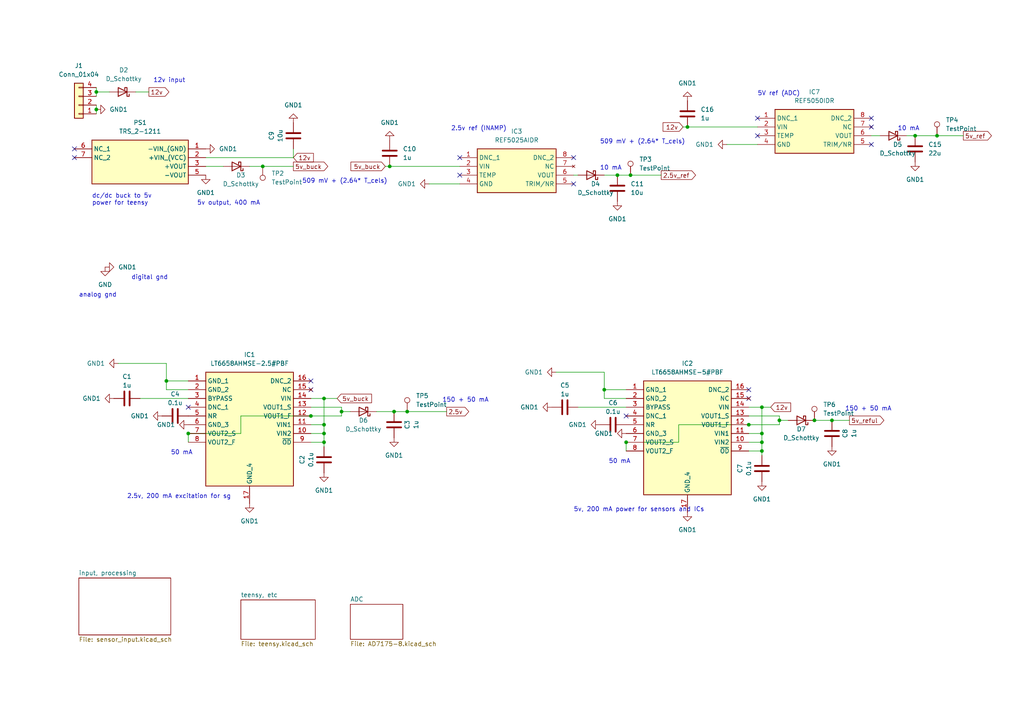
<source format=kicad_sch>
(kicad_sch (version 20231120) (generator "eeschema") (generator_version "8.0")
  (paper "A4")
  (lib_symbols
    (symbol "21xt_symbols:LT6658AHMSE-2.5#PBF"
      (property "Reference" "IC" (at 31.75 7.62 0))
      (property "Value" "LT6658AHMSE-2.5#PBF" (at 31.75 5.08 0))
      (symbol "LT6658AHMSE-2.5#PBF_1_1"
        (rectangle (start 5.08 2.54) (end 30.48 -30.48) (stroke (width 0.254)) (fill (type background)))
        (pin passive line (at 0 0 0) (length 5.08) (name "GND_1") (number "1"))
        (pin passive line (at 35.56 -15.24 180) (length 5.08) (name "VIN2") (number "10"))
        (pin passive line (at 35.56 -12.7 180) (length 5.08) (name "VIN1") (number "11"))
        (pin passive line (at 35.56 -10.16 180) (length 5.08) (name "VOUT1_F") (number "12"))
        (pin passive line (at 35.56 -7.62 180) (length 5.08) (name "VOUT1_S") (number "13"))
        (pin passive line (at 35.56 -5.08 180) (length 5.08) (name "VIN") (number "14"))
        (pin no_connect line (at 35.56 -2.54 180) (length 5.08) (name "NC") (number "15"))
        (pin passive line (at 35.56 0 180) (length 5.08) (name "DNC_2") (number "16"))
        (pin passive line (at 17.78 -35.56 90) (length 5.08) (name "GND_4") (number "17"))
        (pin passive line (at 0 -2.54 0) (length 5.08) (name "GND_2") (number "2"))
        (pin passive line (at 0 -5.08 0) (length 5.08) (name "BYPASS") (number "3"))
        (pin passive line (at 0 -7.62 0) (length 5.08) (name "DNC_1") (number "4"))
        (pin passive line (at 0 -10.16 0) (length 5.08) (name "NR") (number "5"))
        (pin passive line (at 0 -12.7 0) (length 5.08) (name "GND_3") (number "6"))
        (pin passive line (at 0 -15.24 0) (length 5.08) (name "VOUT2_S") (number "7"))
        (pin passive line (at 0 -17.78 0) (length 5.08) (name "VOUT2_F") (number "8"))
        (pin passive line (at 35.56 -17.78 180) (length 5.08) (name "~{OD}") (number "9"))
      )
    )
    (symbol "21xt_symbols:LT6658AHMSE-5#PBF"
      (property "Reference" "IC" (at 31.75 7.62 0))
      (property "Value" "LT6658AHMSE-5#PBF" (at 31.75 5.08 0))
      (symbol "LT6658AHMSE-5#PBF_1_1"
        (rectangle (start 5.08 2.54) (end 30.48 -30.48) (stroke (width 0.254)) (fill (type background)))
        (pin passive line (at 0 0 0) (length 5.08) (name "GND_1") (number "1"))
        (pin passive line (at 35.56 -15.24 180) (length 5.08) (name "VIN2") (number "10"))
        (pin passive line (at 35.56 -12.7 180) (length 5.08) (name "VIN1") (number "11"))
        (pin passive line (at 35.56 -10.16 180) (length 5.08) (name "VOUT1_F") (number "12"))
        (pin passive line (at 35.56 -7.62 180) (length 5.08) (name "VOUT1_S") (number "13"))
        (pin passive line (at 35.56 -5.08 180) (length 5.08) (name "VIN") (number "14"))
        (pin no_connect line (at 35.56 -2.54 180) (length 5.08) (name "NC") (number "15"))
        (pin passive line (at 35.56 0 180) (length 5.08) (name "DNC_2") (number "16"))
        (pin passive line (at 17.78 -35.56 90) (length 5.08) (name "GND_4") (number "17"))
        (pin passive line (at 0 -2.54 0) (length 5.08) (name "GND_2") (number "2"))
        (pin passive line (at 0 -5.08 0) (length 5.08) (name "BYPASS") (number "3"))
        (pin passive line (at 0 -7.62 0) (length 5.08) (name "DNC_1") (number "4"))
        (pin passive line (at 0 -10.16 0) (length 5.08) (name "NR") (number "5"))
        (pin passive line (at 0 -12.7 0) (length 5.08) (name "GND_3") (number "6"))
        (pin passive line (at 0 -15.24 0) (length 5.08) (name "VOUT2_S") (number "7"))
        (pin passive line (at 0 -17.78 0) (length 5.08) (name "VOUT2_F") (number "8"))
        (pin passive line (at 35.56 -17.78 180) (length 5.08) (name "~{OD}") (number "9"))
      )
    )
    (symbol "21xt_symbols:REF5050IDR"
      (property "Reference" "IC" (at 29.21 7.62 0))
      (property "Value" "REF5050IDR" (at 29.21 5.08 0))
      (symbol "REF5050IDR_1_1"
        (rectangle (start 5.08 2.54) (end 27.94 -10.16) (stroke (width 0.254)) (fill (type background)))
        (pin passive line (at 0 0 0) (length 5.08) (name "DNC_1") (number "1"))
        (pin passive line (at 0 -2.54 0) (length 5.08) (name "VIN") (number "2"))
        (pin passive line (at 0 -5.08 0) (length 5.08) (name "TEMP") (number "3"))
        (pin passive line (at 0 -7.62 0) (length 5.08) (name "GND") (number "4"))
        (pin passive line (at 33.02 -7.62 180) (length 5.08) (name "TRIM/NR") (number "5"))
        (pin passive line (at 33.02 -5.08 180) (length 5.08) (name "VOUT") (number "6"))
        (pin no_connect line (at 33.02 -2.54 180) (length 5.08) (name "NC") (number "7"))
        (pin passive line (at 33.02 0 180) (length 5.08) (name "DNC_2") (number "8"))
      )
    )
    (symbol "21xt_symbols:TRS_2-1211"
      (property "Reference" "PS" (at 34.29 7.62 0))
      (property "Value" "TRS_2-1211" (at 34.29 5.08 0))
      (symbol "TRS_2-1211_1_1"
        (rectangle (start 5.08 2.54) (end 33.02 -10.16) (stroke (width 0.254)) (fill (type background)))
        (pin passive line (at 38.1 0 180) (length 5.08) (name "-VIN_(GND)") (number "1"))
        (pin passive line (at 38.1 -2.54 180) (length 5.08) (name "+VIN_(VCC)") (number "2"))
        (pin passive line (at 38.1 -5.08 180) (length 5.08) (name "+VOUT") (number "3"))
        (pin passive line (at 38.1 -7.62 180) (length 5.08) (name "-VOUT") (number "5"))
        (pin passive line (at 0 0 0) (length 5.08) (name "NC_1") (number "6"))
        (pin passive line (at 0 -2.54 0) (length 5.08) (name "NC_2") (number "7"))
      )
    )
    (symbol "Connector:TestPoint" (pin_numbers hide) (pin_names (offset 0.762) hide)
      (property "Reference" "TP" (at 0 6.858 0))
      (property "Value" "TestPoint" (at 0 5.08 0))
      (symbol "TestPoint_0_1"
        (circle (center 0 3.302) (radius 0.762))
      )
      (symbol "TestPoint_1_1"
        (pin passive line (at 0 0 90) (length 2.54) (name "1") (number "1"))
      )
    )
    (symbol "Connector_Generic:Conn_01x04" (pin_names (offset 1.016) hide)
      (property "Reference" "J" (at 0 5.08 0))
      (property "Value" "Conn_01x04" (at 0 -7.62 0))
      (symbol "Conn_01x04_1_1"
        (rectangle (start -1.27 -4.953) (end 0 -5.207) (stroke (width 0.1524)))
        (rectangle (start -1.27 -2.413) (end 0 -2.667) (stroke (width 0.1524)))
        (rectangle (start -1.27 0.127) (end 0 -0.127) (stroke (width 0.1524)))
        (rectangle (start -1.27 2.667) (end 0 2.413) (stroke (width 0.1524)))
        (rectangle (start -1.27 3.81) (end 1.27 -6.35) (stroke (width 0.254)) (fill (type background)))
        (pin passive line (at -5.08 2.54 0) (length 3.81) (name "Pin_1") (number "1"))
        (pin passive line (at -5.08 0 0) (length 3.81) (name "Pin_2") (number "2"))
        (pin passive line (at -5.08 -2.54 0) (length 3.81) (name "Pin_3") (number "3"))
        (pin passive line (at -5.08 -5.08 0) (length 3.81) (name "Pin_4") (number "4"))
      )
    )
    (symbol "Device:C" (pin_numbers hide) (pin_names (offset 0.254))
      (property "Reference" "C" (at 0.635 2.54 0))
      (property "Value" "C" (at 0.635 -2.54 0))
      (symbol "C_0_1"
        (polyline (pts (xy -2.032 -0.762) (xy 2.032 -0.762)) (stroke (width 0.508)))
        (polyline (pts (xy -2.032 0.762) (xy 2.032 0.762)) (stroke (width 0.508)))
      )
      (symbol "C_1_1"
        (pin passive line (at 0 3.81 270) (length 2.794) (name "~") (number "1"))
        (pin passive line (at 0 -3.81 90) (length 2.794) (name "~") (number "2"))
      )
    )
    (symbol "Device:D_Schottky" (pin_numbers hide) (pin_names (offset 1.016) hide)
      (property "Reference" "D" (at 0 2.54 0))
      (property "Value" "D_Schottky" (at 0 -2.54 0))
      (symbol "D_Schottky_0_1"
        (polyline (pts (xy 1.27 0) (xy -1.27 0)))
        (polyline (pts (xy 1.27 1.27) (xy 1.27 -1.27) (xy -1.27 0) (xy 1.27 1.27)) (stroke (width 0.254)))
        (polyline (pts (xy -1.905 0.635) (xy -1.905 1.27) (xy -1.27 1.27) (xy -1.27 -1.27) (xy -0.635 -1.27) (xy -0.635 -0.635)) (stroke (width 0.254)))
      )
      (symbol "D_Schottky_1_1"
        (pin passive line (at -3.81 0 0) (length 2.54) (name "K") (number "1"))
        (pin passive line (at 3.81 0 180) (length 2.54) (name "A") (number "2"))
      )
    )
    (symbol "power:GND" (power) (pin_names (offset 0))
      (property "Value" "GND" (at 0 -3.81 0))
      (symbol "GND_0_1"
        (polyline (pts (xy 0 0) (xy 0 -1.27) (xy 1.27 -1.27) (xy 0 -2.54) (xy -1.27 -1.27) (xy 0 -1.27)))
      )
      (symbol "GND_1_1"
        (pin power_in line (at 0 0 270) (length 0) hide (name "GND") (number "1"))
      )
    )
    (symbol "power:GND1" (power) (pin_names (offset 0))
      (property "Value" "GND1" (at 0 -3.81 0))
      (symbol "GND1_0_1"
        (polyline (pts (xy 0 0) (xy 0 -1.27) (xy 1.27 -1.27) (xy 0 -2.54) (xy -1.27 -1.27) (xy 0 -1.27)))
      )
      (symbol "GND1_1_1"
        (pin power_in line (at 0 0 270) (length 0) hide (name "GND1") (number "1"))
      )
    )
  )
  (junction (at 226.06 121.92))
  (junction (at 54.61 125.73))
  (junction (at 271.78 39.37))
  (junction (at 48.26 110.49))
  (junction (at 241.3 121.92))
  (junction (at 265.43 39.37))
  (junction (at 90.17 120.65))
  (junction (at 220.98 125.73))
  (junction (at 182.88 50.8))
  (junction (at 93.98 125.73))
  (junction (at 93.98 115.57))
  (junction (at 76.2 48.26))
  (junction (at 220.98 130.81))
  (junction (at 220.98 128.27))
  (junction (at 220.98 118.11))
  (junction (at 113.03 48.26))
  (junction (at 114.3 119.38))
  (junction (at 93.98 128.27))
  (junction (at 175.26 113.03))
  (junction (at 199.39 36.83))
  (junction (at 27.94 31.75))
  (junction (at 217.17 123.19))
  (junction (at 236.22 121.92))
  (junction (at 99.06 119.38))
  (junction (at 93.98 123.19))
  (junction (at 118.11 119.38))
  (junction (at 181.61 128.27))
  (junction (at 179.07 50.8))
  (junction (at 27.94 26.67))
  (no_connect (at 166.37 53.34))
  (no_connect (at 21.59 45.72))
  (no_connect (at 133.35 45.72))
  (no_connect (at 219.71 39.37))
  (no_connect (at 181.61 120.65))
  (no_connect (at 133.35 50.8))
  (no_connect (at 219.71 34.29))
  (no_connect (at 252.73 36.83))
  (no_connect (at 21.59 43.18))
  (no_connect (at 252.73 41.91))
  (no_connect (at 166.37 45.72))
  (no_connect (at 90.17 110.49))
  (no_connect (at 252.73 34.29))
  (no_connect (at 217.17 115.57))
  (no_connect (at 54.61 118.11))
  (no_connect (at 90.17 113.03))
  (no_connect (at 217.17 113.03))
  (wire (pts (xy 48.26 113.03) (xy 48.26 110.49)))
  (wire (pts (xy 175.26 113.03) (xy 181.61 113.03)))
  (wire (pts (xy 90.17 125.73) (xy 93.98 125.73)))
  (wire (pts (xy 93.98 115.57) (xy 93.98 123.19)))
  (wire (pts (xy 226.06 121.92) (xy 228.6 121.92)))
  (wire (pts (xy 181.61 128.27) (xy 196.85 128.27)))
  (wire (pts (xy 113.03 48.26) (xy 133.35 48.26)))
  (wire (pts (xy 179.07 50.8) (xy 182.88 50.8)))
  (wire (pts (xy 54.61 125.73) (xy 54.61 128.27)))
  (wire (pts (xy 90.17 120.65) (xy 99.06 120.65)))
  (wire (pts (xy 262.89 39.37) (xy 265.43 39.37)))
  (wire (pts (xy 59.69 48.26) (xy 64.77 48.26)))
  (wire (pts (xy 226.06 121.92) (xy 226.06 123.19)))
  (wire (pts (xy 175.26 107.95) (xy 175.26 113.03)))
  (wire (pts (xy 39.37 26.67) (xy 43.18 26.67)))
  (wire (pts (xy 182.88 50.8) (xy 191.77 50.8)))
  (wire (pts (xy 220.98 125.73) (xy 217.17 125.73)))
  (wire (pts (xy 99.06 119.38) (xy 99.06 120.65)))
  (wire (pts (xy 93.98 115.57) (xy 97.79 115.57)))
  (wire (pts (xy 196.85 128.27) (xy 196.85 123.19)))
  (wire (pts (xy 54.61 113.03) (xy 48.26 113.03)))
  (wire (pts (xy 236.22 121.92) (xy 241.3 121.92)))
  (wire (pts (xy 99.06 118.11) (xy 99.06 119.38)))
  (wire (pts (xy 40.64 115.57) (xy 54.61 115.57)))
  (wire (pts (xy 220.98 132.08) (xy 220.98 130.81)))
  (wire (pts (xy 226.06 120.65) (xy 226.06 121.92)))
  (wire (pts (xy 27.94 30.48) (xy 27.94 31.75)))
  (wire (pts (xy 217.17 130.81) (xy 220.98 130.81)))
  (wire (pts (xy 90.17 118.11) (xy 99.06 118.11)))
  (wire (pts (xy 252.73 39.37) (xy 255.27 39.37)))
  (wire (pts (xy 271.78 39.37) (xy 279.4 39.37)))
  (wire (pts (xy 72.39 48.26) (xy 76.2 48.26)))
  (wire (pts (xy 198.12 36.83) (xy 199.39 36.83)))
  (wire (pts (xy 175.26 115.57) (xy 175.26 113.03)))
  (wire (pts (xy 265.43 39.37) (xy 271.78 39.37)))
  (wire (pts (xy 167.64 118.11) (xy 181.61 118.11)))
  (wire (pts (xy 223.52 118.11) (xy 220.98 118.11)))
  (wire (pts (xy 217.17 123.19) (xy 226.06 123.19)))
  (wire (pts (xy 27.94 26.67) (xy 31.75 26.67)))
  (wire (pts (xy 118.11 119.38) (xy 129.54 119.38)))
  (wire (pts (xy 220.98 128.27) (xy 220.98 125.73)))
  (wire (pts (xy 59.69 45.72) (xy 85.09 45.72)))
  (wire (pts (xy 217.17 118.11) (xy 220.98 118.11)))
  (wire (pts (xy 90.17 115.57) (xy 93.98 115.57)))
  (wire (pts (xy 34.29 105.41) (xy 48.26 105.41)))
  (wire (pts (xy 109.22 119.38) (xy 114.3 119.38)))
  (wire (pts (xy 217.17 128.27) (xy 220.98 128.27)))
  (wire (pts (xy 124.46 53.34) (xy 133.35 53.34)))
  (wire (pts (xy 54.61 125.73) (xy 69.85 125.73)))
  (wire (pts (xy 48.26 110.49) (xy 54.61 110.49)))
  (wire (pts (xy 199.39 36.83) (xy 219.71 36.83)))
  (wire (pts (xy 48.26 105.41) (xy 48.26 110.49)))
  (wire (pts (xy 27.94 25.4) (xy 27.94 26.67)))
  (wire (pts (xy 93.98 128.27) (xy 93.98 125.73)))
  (wire (pts (xy 76.2 48.26) (xy 85.09 48.26)))
  (wire (pts (xy 220.98 130.81) (xy 220.98 128.27)))
  (wire (pts (xy 85.09 43.18) (xy 85.09 45.72)))
  (wire (pts (xy 175.26 50.8) (xy 179.07 50.8)))
  (wire (pts (xy 220.98 118.11) (xy 220.98 125.73)))
  (wire (pts (xy 196.85 123.19) (xy 217.17 123.19)))
  (wire (pts (xy 93.98 125.73) (xy 93.98 123.19)))
  (wire (pts (xy 114.3 119.38) (xy 118.11 119.38)))
  (wire (pts (xy 93.98 129.54) (xy 93.98 128.27)))
  (wire (pts (xy 161.29 107.95) (xy 175.26 107.95)))
  (wire (pts (xy 241.3 121.92) (xy 246.38 121.92)))
  (wire (pts (xy 27.94 31.75) (xy 27.94 33.02)))
  (wire (pts (xy 99.06 119.38) (xy 101.6 119.38)))
  (wire (pts (xy 27.94 26.67) (xy 27.94 27.94)))
  (wire (pts (xy 181.61 128.27) (xy 181.61 130.81)))
  (wire (pts (xy 166.37 50.8) (xy 167.64 50.8)))
  (wire (pts (xy 93.98 123.19) (xy 90.17 123.19)))
  (wire (pts (xy 217.17 120.65) (xy 226.06 120.65)))
  (wire (pts (xy 90.17 128.27) (xy 93.98 128.27)))
  (wire (pts (xy 69.85 120.65) (xy 90.17 120.65)))
  (wire (pts (xy 111.76 48.26) (xy 113.03 48.26)))
  (wire (pts (xy 69.85 125.73) (xy 69.85 120.65)))
  (wire (pts (xy 181.61 115.57) (xy 175.26 115.57)))
  (wire (pts (xy 210.82 41.91) (xy 219.71 41.91)))
  (text "2.5v, 200 mA excitation for sg" (at 36.83 144.78 0) (effects (font (size 1.27 1.27)) (justify left bottom)))
  (text "150 + 50 mA" (at 128.27 116.84 0) (effects (font (size 1.27 1.27)) (justify left bottom)))
  (text "50 mA" (at 49.53 132.08 0) (effects (font (size 1.27 1.27)) (justify left bottom)))
  (text "50 mA" (at 176.53 134.62 0) (effects (font (size 1.27 1.27)) (justify left bottom)))
  (text "10 mA" (at 173.99 49.53 0) (effects (font (size 1.27 1.27)) (justify left bottom)))
  (text "5V ref (ADC)" (at 219.71 27.94 0) (effects (font (size 1.27 1.27)) (justify left bottom)))
  (text "12v input" (at 44.45 24.13 0) (effects (font (size 1.27 1.27)) (justify left bottom)))
  (text "5v, 200 mA power for sensors and ICs" (at 166.37 148.59 0) (effects (font (size 1.27 1.27)) (justify left bottom)))
  (text "2.5v ref (INAMP)" (at 130.81 38.1 0) (effects (font (size 1.27 1.27)) (justify left bottom)))
  (text "digital gnd" (at 38.1 81.28 0) (effects (font (size 1.27 1.27)) (justify left bottom)))
  (text "analog gnd" (at 22.86 86.36 0) (effects (font (size 1.27 1.27)) (justify left bottom)))
  (text "dc/dc buck to 5v \npower for teensy" (at 26.67 59.69 0) (effects (font (size 1.27 1.27)) (justify left bottom)))
  (text "10 mA" (at 260.35 38.1 0) (effects (font (size 1.27 1.27)) (justify left bottom)))
  (text "5v output, 400 mA" (at 57.15 59.69 0) (effects (font (size 1.27 1.27)) (justify left bottom)))
  (text "150 + 50 mA" (at 245.11 119.38 0) (effects (font (size 1.27 1.27)) (justify left bottom)))
  (text "509 mV + (2.64* T_cels)" (at 173.99 41.91 0) (effects (font (size 1.27 1.27)) (justify left bottom)))
  (text "509 mV + (2.64* T_cels)" (at 87.63 53.34 0) (effects (font (size 1.27 1.27)) (justify left bottom)))
  (global_label "2.5v" (shape output) (at 129.54 119.38 0) (property "Intersheetrefs" "${INTERSHEET_REFS}" (effects (hide yes))))
  (global_label "12v" (shape input) (at 198.12 36.83 180) (property "Intersheetrefs" "${INTERSHEET_REFS}" (effects (hide yes))))
  (global_label "2.5v_ref" (shape output) (at 191.77 50.8 0) (property "Intersheetrefs" "${INTERSHEET_REFS}" (effects (hide yes))))
  (global_label "5v_buck" (shape input) (at 111.76 48.26 180) (property "Intersheetrefs" "${INTERSHEET_REFS}" (effects (hide yes))))
  (global_label "12v" (shape output) (at 43.18 26.67 0) (property "Intersheetrefs" "${INTERSHEET_REFS}" (effects (hide yes))))
  (global_label "12v" (shape input) (at 85.09 45.72 0) (property "Intersheetrefs" "${INTERSHEET_REFS}" (effects (hide yes))))
  (global_label "5v_buck" (shape output) (at 85.09 48.26 0) (property "Intersheetrefs" "${INTERSHEET_REFS}" (effects (hide yes))))
  (global_label "12v" (shape input) (at 223.52 118.11 0) (property "Intersheetrefs" "${INTERSHEET_REFS}" (effects (hide yes))))
  (global_label "5v_ref" (shape output) (at 279.4 39.37 0) (property "Intersheetrefs" "${INTERSHEET_REFS}" (effects (hide yes))))
  (global_label "5v_reful" (shape output) (at 246.38 121.92 0) (property "Intersheetrefs" "${INTERSHEET_REFS}" (effects (hide yes))))
  (global_label "5v_buck" (shape input) (at 97.79 115.57 0) (property "Intersheetrefs" "${INTERSHEET_REFS}" (effects (hide yes))))
  (symbol (lib_id "power:GND1") (at 33.02 115.57 270) (unit 1)
    (property "Reference" "#PWR03" (effects (hide yes)))
    (property "Value" "GND1" (at 29.21 115.57 90) (effects (justify right)))
  )
  (symbol (lib_id "Device:C") (at 265.43 43.18 0) (unit 1)
    (property "Reference" "C15" (at 269.24 41.91 0) (effects (justify left)))
    (property "Value" "22u" (at 269.24 44.45 0) (effects (justify left)))
    (property "Footprint" "Capacitor_SMD:C_0603_1608Metric" (effects (hide yes)))
  )
  (symbol (lib_id "power:GND1") (at 161.29 107.95 270) (unit 1)
    (property "Reference" "#PWR067" (effects (hide yes)))
    (property "Value" "GND1" (at 157.48 107.95 90) (effects (justify right)))
  )
  (symbol (lib_id "21xt_symbols:REF5050IDR") (at 133.35 45.72 0) (unit 1)
    (property "Reference" "IC3" (at 149.86 38.1 0))
    (property "Value" "REF5025AIDR" (at 149.86 40.64 0))
    (property "Footprint" "21xt_footprints:SOIC127P599X175-8N" (effects (hide yes)))
    (property "Datasheet" "http://www.ti.com/lit/gpn/ref5050" (effects (hide yes)))
    (property "Height" "1.75" (effects (hide yes)))
    (property "Mouser Part Number" "595-REF5050IDR" (effects (hide yes)))
    (property "Mouser Price/Stock" "https://www.mouser.co.uk/ProductDetail/Texas-Instruments/REF5050IDR?qs=xL7PkI2RoJ6ioxG%2FxfIGUw%3D%3D" (effects (hide yes)))
    (property "Manufacturer_Name" "Texas Instruments" (effects (hide yes)))
    (property "Manufacturer_Part_Number" "REF5050IDR" (effects (hide yes)))
  )
  (symbol (lib_id "Device:D_Schottky") (at 68.58 48.26 180) (unit 1)
    (property "Reference" "D3" (at 69.85 50.8 0))
    (property "Value" "D_Schottky" (at 69.85 53.34 0))
    (property "Footprint" "Diode_SMD:D_0603_1608Metric" (effects (hide yes)))
  )
  (symbol (lib_id "power:GND1") (at 199.39 29.21 180) (unit 1)
    (property "Reference" "#PWR026" (effects (hide yes)))
    (property "Value" "GND1" (at 199.39 24.13 0))
  )
  (symbol (lib_id "power:GND1") (at 113.03 40.64 180) (unit 1)
    (property "Reference" "#PWR016" (effects (hide yes)))
    (property "Value" "GND1" (at 113.03 35.56 0))
  )
  (symbol (lib_id "Device:C") (at 199.39 33.02 180) (unit 1)
    (property "Reference" "C16" (at 203.2 31.75 0) (effects (justify right)))
    (property "Value" "1u" (at 203.2 34.29 0) (effects (justify right)))
    (property "Footprint" "Capacitor_SMD:C_0603_1608Metric" (effects (hide yes)))
  )
  (symbol (lib_id "Device:C") (at 220.98 135.89 180) (unit 1)
    (property "Reference" "C7" (at 214.63 135.89 90))
    (property "Value" "0.1u" (at 217.17 135.89 90))
    (property "Footprint" "Capacitor_SMD:C_0603_1608Metric" (effects (hide yes)))
  )
  (symbol (lib_id "Device:C") (at 113.03 44.45 180) (unit 1)
    (property "Reference" "C10" (at 116.84 43.18 0) (effects (justify right)))
    (property "Value" "1u" (at 116.84 45.72 0) (effects (justify right)))
    (property "Footprint" "Capacitor_SMD:C_0603_1608Metric" (effects (hide yes)))
  )
  (symbol (lib_id "power:GND1") (at 210.82 41.91 270) (unit 1)
    (property "Reference" "#PWR027" (effects (hide yes)))
    (property "Value" "GND1" (at 207.01 41.91 90) (effects (justify right)))
  )
  (symbol (lib_id "power:GND1") (at 265.43 46.99 0) (unit 1)
    (property "Reference" "#PWR024" (effects (hide yes)))
    (property "Value" "GND1" (at 265.43 52.07 0))
  )
  (symbol (lib_id "21xt_symbols:REF5050IDR") (at 219.71 34.29 0) (unit 1)
    (property "Reference" "IC7" (at 236.22 26.67 0))
    (property "Value" "REF5050IDR" (at 236.22 29.21 0))
    (property "Footprint" "21xt_footprints:SOIC127P599X175-8N" (effects (hide yes)))
    (property "Datasheet" "http://www.ti.com/lit/gpn/ref5050" (effects (hide yes)))
    (property "Height" "1.75" (effects (hide yes)))
    (property "Mouser Part Number" "595-REF5050IDR" (effects (hide yes)))
    (property "Mouser Price/Stock" "https://www.mouser.co.uk/ProductDetail/Texas-Instruments/REF5050IDR?qs=xL7PkI2RoJ6ioxG%2FxfIGUw%3D%3D" (effects (hide yes)))
    (property "Manufacturer_Name" "Texas Instruments" (effects (hide yes)))
    (property "Manufacturer_Part_Number" "REF5050IDR" (effects (hide yes)))
  )
  (symbol (lib_id "power:GND1") (at 124.46 53.34 270) (unit 1)
    (property "Reference" "#PWR051" (effects (hide yes)))
    (property "Value" "GND1" (at 120.65 53.34 90) (effects (justify right)))
  )
  (symbol (lib_id "Device:D_Schottky") (at 35.56 26.67 180) (unit 1)
    (property "Reference" "D2" (at 35.8775 20.32 0))
    (property "Value" "D_Schottky" (at 35.8775 22.86 0))
    (property "Footprint" "Diode_SMD:D_1206_3216Metric" (effects (hide yes)))
  )
  (symbol (lib_id "power:GND1") (at 160.02 118.11 270) (unit 1)
    (property "Reference" "#PWR065" (effects (hide yes)))
    (property "Value" "GND1" (at 156.21 118.11 90) (effects (justify right)))
  )
  (symbol (lib_id "power:GND1") (at 27.94 31.75 90) (unit 1)
    (property "Reference" "#PWR058" (effects (hide yes)))
    (property "Value" "GND1" (at 31.75 31.75 90) (effects (justify right)))
  )
  (symbol (lib_id "power:GND") (at 30.48 77.47 0) (unit 1)
    (property "Reference" "#PWR07" (effects (hide yes)))
    (property "Value" "GND" (at 30.48 82.55 0))
  )
  (symbol (lib_id "Device:C") (at 179.07 54.61 0) (unit 1)
    (property "Reference" "C11" (at 182.88 53.34 0) (effects (justify left)))
    (property "Value" "10u" (at 182.88 55.88 0) (effects (justify left)))
    (property "Footprint" "Capacitor_SMD:C_0603_1608Metric" (effects (hide yes)))
  )
  (symbol (lib_id "Device:C") (at 241.3 125.73 180) (unit 1)
    (property "Reference" "C8" (at 245.11 125.73 90))
    (property "Value" "1u" (at 247.65 125.73 90))
    (property "Footprint" "Capacitor_SMD:C_0603_1608Metric" (effects (hide yes)))
  )
  (symbol (lib_id "power:GND1") (at 59.69 50.8 0) (unit 1)
    (property "Reference" "#PWR02" (effects (hide yes)))
    (property "Value" "GND1" (at 59.69 55.88 0))
  )
  (symbol (lib_id "Device:D_Schottky") (at 232.41 121.92 180) (unit 1)
    (property "Reference" "D7" (at 232.41 124.46 0))
    (property "Value" "D_Schottky" (at 232.41 127 0))
    (property "Footprint" "Diode_SMD:D_0603_1608Metric" (effects (hide yes)))
  )
  (symbol (lib_id "Device:C") (at 177.8 123.19 90) (unit 1)
    (property "Reference" "C6" (at 177.8 116.84 90))
    (property "Value" "0.1u" (at 177.8 119.38 90))
    (property "Footprint" "Capacitor_SMD:C_0603_1608Metric" (effects (hide yes)))
  )
  (symbol (lib_id "Connector:TestPoint") (at 76.2 48.26 180) (unit 1)
    (property "Reference" "TP2" (at 78.74 50.292 0) (effects (justify right)))
    (property "Value" "TestPoint" (at 78.74 52.832 0) (effects (justify right)))
    (property "Footprint" "TestPoint:TestPoint_Pad_2.0x2.0mm" (effects (hide yes)))
  )
  (symbol (lib_id "power:GND1") (at 72.39 146.05 0) (unit 1)
    (property "Reference" "#PWR08" (effects (hide yes)))
    (property "Value" "GND1" (at 72.39 151.13 0))
  )
  (symbol (lib_id "Device:C") (at 36.83 115.57 90) (unit 1)
    (property "Reference" "C1" (at 36.83 109.22 90))
    (property "Value" "1u" (at 36.83 111.76 90))
    (property "Footprint" "Capacitor_SMD:C_0603_1608Metric" (effects (hide yes)))
  )
  (symbol (lib_id "Device:D_Schottky") (at 105.41 119.38 180) (unit 1)
    (property "Reference" "D6" (at 105.41 121.92 0))
    (property "Value" "D_Schottky" (at 105.41 124.46 0))
    (property "Footprint" "Diode_SMD:D_0603_1608Metric" (effects (hide yes)))
  )
  (symbol (lib_id "Connector_Generic:Conn_01x04") (at 22.86 30.48 180) (unit 1)
    (property "Reference" "J1" (at 22.86 19.05 0))
    (property "Value" "Conn_01x04" (at 22.86 21.59 0))
    (property "Footprint" "Connector_JST:JST_EH_B4B-EH-A_1x04_P2.50mm_Vertical" (effects (hide yes)))
  )
  (symbol (lib_id "power:GND1") (at 241.3 129.54 0) (unit 1)
    (property "Reference" "#PWR062" (effects (hide yes)))
    (property "Value" "GND1" (at 241.3 134.62 0))
  )
  (symbol (lib_id "Device:C") (at 93.98 133.35 180) (unit 1)
    (property "Reference" "C2" (at 87.63 133.35 90))
    (property "Value" "0.1u" (at 90.17 133.35 90))
    (property "Footprint" "Capacitor_SMD:C_0603_1608Metric" (effects (hide yes)))
  )
  (symbol (lib_id "power:GND1") (at 54.61 123.19 270) (unit 1)
    (property "Reference" "#PWR06" (effects (hide yes)))
    (property "Value" "GND1" (at 50.8 123.19 90) (effects (justify right)))
  )
  (symbol (lib_id "21xt_symbols:TRS_2-1211") (at 21.59 43.18 0) (unit 1)
    (property "Reference" "PS1" (at 40.64 35.56 0))
    (property "Value" "TRS_2-1211" (at 40.64 38.1 0))
    (property "Footprint" "21xt_footprints:CONV_TRS_2-2419" (effects (hide yes)))
    (property "Datasheet" "https://tracopower.com/trs2-datasheet/" (effects (hide yes)))
    (property "Height" "8" (effects (hide yes)))
    (property "Mouser Part Number" "495-TRS2-1211" (effects (hide yes)))
    (property "Mouser Price/Stock" "https://www.mouser.co.uk/ProductDetail/TRACO-Power/TRS-2-1211?qs=wUXugUrL1qziI%252BEzex2I6g%3D%3D" (effects (hide yes)))
    (property "Manufacturer_Name" "Traco Power" (effects (hide yes)))
    (property "Manufacturer_Part_Number" "TRS 2-1211" (effects (hide yes)))
  )
  (symbol (lib_id "power:GND1") (at 85.09 35.56 180) (unit 1)
    (property "Reference" "#PWR020" (effects (hide yes)))
    (property "Value" "GND1" (at 85.09 30.48 0))
  )
  (symbol (lib_id "power:GND1") (at 220.98 139.7 0) (unit 1)
    (property "Reference" "#PWR063" (effects (hide yes)))
    (property "Value" "GND1" (at 220.98 144.78 0))
  )
  (symbol (lib_id "Device:D_Schottky") (at 259.08 39.37 180) (unit 1)
    (property "Reference" "D5" (at 260.35 41.91 0))
    (property "Value" "D_Schottky" (at 260.35 44.45 0))
    (property "Footprint" "Diode_SMD:D_0603_1608Metric" (effects (hide yes)))
  )
  (symbol (lib_id "power:GND1") (at 173.99 123.19 270) (unit 1)
    (property "Reference" "#PWR066" (effects (hide yes)))
    (property "Value" "GND1" (at 170.18 123.19 90) (effects (justify right)))
  )
  (symbol (lib_id "Device:C") (at 85.09 39.37 180) (unit 1)
    (property "Reference" "C9" (at 78.74 39.37 90))
    (property "Value" "10u" (at 81.28 39.37 90))
    (property "Footprint" "Capacitor_SMD:C_1206_3216Metric" (effects (hide yes)))
  )
  (symbol (lib_id "power:GND1") (at 199.39 148.59 0) (unit 1)
    (property "Reference" "#PWR064" (effects (hide yes)))
    (property "Value" "GND1" (at 199.39 153.67 0))
  )
  (symbol (lib_id "Device:D_Schottky") (at 171.45 50.8 180) (unit 1)
    (property "Reference" "D4" (at 172.72 53.34 0))
    (property "Value" "D_Schottky" (at 172.72 55.88 0))
    (property "Footprint" "Diode_SMD:D_0603_1608Metric" (effects (hide yes)))
  )
  (symbol (lib_id "power:GND1") (at 114.3 127 0) (unit 1)
    (property "Reference" "#PWR018" (effects (hide yes)))
    (property "Value" "GND1" (at 114.3 132.08 0))
  )
  (symbol (lib_id "Device:C") (at 163.83 118.11 90) (unit 1)
    (property "Reference" "C5" (at 163.83 111.76 90))
    (property "Value" "1u" (at 163.83 114.3 90))
    (property "Footprint" "Capacitor_SMD:C_0603_1608Metric" (effects (hide yes)))
  )
  (symbol (lib_id "power:GND1") (at 179.07 58.42 0) (unit 1)
    (property "Reference" "#PWR021" (effects (hide yes)))
    (property "Value" "GND1" (at 179.07 63.5 0))
  )
  (symbol (lib_id "power:GND1") (at 181.61 125.73 270) (unit 1)
    (property "Reference" "#PWR069" (effects (hide yes)))
    (property "Value" "GND1" (at 177.8 125.73 90) (effects (justify right)))
  )
  (symbol (lib_id "Connector:TestPoint") (at 236.22 121.92 0) (unit 1)
    (property "Reference" "TP6" (at 238.76 117.348 0) (effects (justify left)))
    (property "Value" "TestPoint" (at 238.76 119.888 0) (effects (justify left)))
    (property "Footprint" "TestPoint:TestPoint_Pad_2.0x2.0mm" (effects (hide yes)))
  )
  (symbol (lib_id "Device:C") (at 114.3 123.19 180) (unit 1)
    (property "Reference" "C3" (at 118.11 123.19 90))
    (property "Value" "1u" (at 120.65 123.19 90))
    (property "Footprint" "Capacitor_SMD:C_0603_1608Metric" (effects (hide yes)))
  )
  (symbol (lib_id "Device:C") (at 50.8 120.65 90) (unit 1)
    (property "Reference" "C4" (at 50.8 114.3 90))
    (property "Value" "0.1u" (at 50.8 116.84 90))
    (property "Footprint" "Capacitor_SMD:C_0603_1608Metric" (effects (hide yes)))
  )
  (symbol (lib_id "Connector:TestPoint") (at 271.78 39.37 0) (unit 1)
    (property "Reference" "TP4" (at 274.32 34.798 0) (effects (justify left)))
    (property "Value" "TestPoint" (at 274.32 37.338 0) (effects (justify left)))
    (property "Footprint" "TestPoint:TestPoint_Pad_2.0x2.0mm" (effects (hide yes)))
  )
  (symbol (lib_id "Connector:TestPoint") (at 182.88 50.8 0) (unit 1)
    (property "Reference" "TP3" (at 185.42 46.228 0) (effects (justify left)))
    (property "Value" "TestPoint" (at 185.42 48.768 0) (effects (justify left)))
    (property "Footprint" "TestPoint:TestPoint_Pad_2.0x2.0mm" (effects (hide yes)))
  )
  (symbol (lib_id "power:GND1") (at 34.29 105.41 270) (unit 1)
    (property "Reference" "#PWR04" (effects (hide yes)))
    (property "Value" "GND1" (at 30.48 105.41 90) (effects (justify right)))
  )
  (symbol (lib_id "21xt_symbols:LT6658AHMSE-5#PBF") (at 181.61 113.03 0) (unit 1)
    (property "Reference" "IC2" (at 199.39 105.41 0))
    (property "Value" "LT6658AHMSE-5#PBF" (at 199.39 107.95 0))
    (property "Footprint" "21xt_footprints:SOP50P490X110-17N" (effects (hide yes)))
    (property "Datasheet" "https://www.analog.com/media/en/technical-documentation/data-sheets/lt6658.pdf" (effects (hide yes)))
    (property "Height" "1.1" (effects (hide yes)))
    (property "Mouser Part Number" "584-LT6658AHMSE5PBF" (effects (hide yes)))
    (property "Mouser Price/Stock" "https://www.mouser.co.uk/ProductDetail/Analog-Devices/LT6658AHMSE-5PBF?qs=W0yvOO0ixfFdSUQ4xUcBUw%3D%3D" (effects (hide yes)))
    (property "Manufacturer_Name" "Analog Devices" (effects (hide yes)))
    (property "Manufacturer_Part_Number" "LT6658AHMSE-5#PBF" (effects (hide yes)))
  )
  (symbol (lib_id "power:GND1") (at 59.69 43.18 90) (unit 1)
    (property "Reference" "#PWR01" (effects (hide yes)))
    (property "Value" "GND1" (at 63.5 43.18 90) (effects (justify right)))
  )
  (symbol (lib_id "power:GND1") (at 46.99 120.65 270) (unit 1)
    (property "Reference" "#PWR05" (effects (hide yes)))
    (property "Value" "GND1" (at 43.18 120.65 90) (effects (justify right)))
  )
  (symbol (lib_id "power:GND1") (at 93.98 137.16 0) (unit 1)
    (property "Reference" "#PWR09" (effects (hide yes)))
    (property "Value" "GND1" (at 93.98 142.24 0))
  )
  (symbol (lib_id "21xt_symbols:LT6658AHMSE-2.5#PBF") (at 54.61 110.49 0) (unit 1)
    (property "Reference" "IC1" (at 72.39 102.87 0))
    (property "Value" "LT6658AHMSE-2.5#PBF" (at 72.39 105.41 0))
    (property "Footprint" "21xt_footprints:SOP50P490X110-17N" (effects (hide yes)))
    (property "Datasheet" "https://www.analog.com/media/en/technical-documentation/data-sheets/lt6658.pdf" (effects (hide yes)))
    (property "Height" "1.1" (effects (hide yes)))
    (property "Mouser Part Number" "584-LT6658AHMSE5PBF" (effects (hide yes)))
    (property "Mouser Price/Stock" "https://www.mouser.co.uk/ProductDetail/Analog-Devices/LT6658AHMSE-5PBF?qs=W0yvOO0ixfFdSUQ4xUcBUw%3D%3D" (effects (hide yes)))
    (property "Manufacturer_Name" "Analog Devices" (effects (hide yes)))
    (property "Manufacturer_Part_Number" "LT6658AHMSE-2.5#PBF" (effects (hide yes)))
  )
  (symbol (lib_id "power:GND1") (at 30.48 77.47 90) (unit 1)
    (property "Reference" "#PWR017" (effects (hide yes)))
    (property "Value" "GND1" (at 34.29 77.47 90) (effects (justify right)))
  )
  (symbol (lib_id "Connector:TestPoint") (at 118.11 119.38 0) (unit 1)
    (property "Reference" "TP5" (at 120.65 114.808 0) (effects (justify left)))
    (property "Value" "TestPoint" (at 120.65 117.348 0) (effects (justify left)))
    (property "Footprint" "TestPoint:TestPoint_Pad_2.0x2.0mm" (effects (hide yes)))
  )
  (sheet (at 69.85 173.99) (size 21.59 11.43) (stroke (width 0.1524))
    (property "Sheetname" "teensy, etc" (at 69.85 173.2784 0) (effects (justify left bottom)))
    (property "Sheetfile" "teensy.kicad_sch" (at 69.85 186.0046 0) (effects (justify left top)))
  )
  (sheet (at 22.86 167.64) (size 26.67 16.51) (stroke (width 0.1524))
    (property "Sheetname" "input, processing" (at 22.86 166.9284 0) (effects (justify left bottom)))
    (property "Sheetfile" "sensor_input.kicad_sch" (at 22.86 184.7346 0) (effects (justify left top)))
  )
  (sheet (at 101.6 175.26) (size 15.24 10.16) (stroke (width 0.1524))
    (property "Sheetname" "ADC" (at 101.6 174.5484 0) (effects (justify left bottom)))
    (property "Sheetfile" "AD7175-8.kicad_sch" (at 101.6 186.0046 0) (effects (justify left top)))
  )
)
</source>
